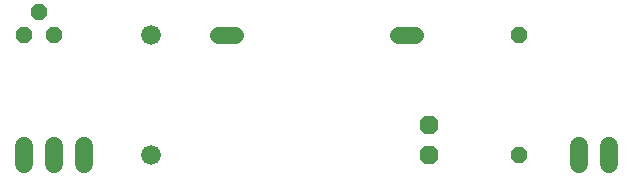
<source format=gbr>
G04 EAGLE Gerber RS-274X export*
G75*
%MOMM*%
%FSLAX34Y34*%
%LPD*%
%INBottom Copper*%
%IPPOS*%
%AMOC8*
5,1,8,0,0,1.08239X$1,22.5*%
G01*
%ADD10P,1.732040X8X292.500000*%
%ADD11C,1.676400*%
%ADD12C,1.508000*%
%ADD13C,1.422400*%
%ADD14P,1.429621X8X22.500000*%
%ADD15P,1.429621X8X112.500000*%


D10*
X368300Y88900D03*
X368300Y63500D03*
D11*
X133350Y63500D03*
X133350Y165100D03*
D12*
X25400Y71040D02*
X25400Y55960D01*
X50800Y55960D02*
X50800Y71040D01*
X76200Y71040D02*
X76200Y55960D01*
D13*
X189738Y165100D02*
X203962Y165100D01*
X342138Y165100D02*
X356362Y165100D01*
D12*
X495300Y71040D02*
X495300Y55960D01*
X520700Y55960D02*
X520700Y71040D01*
D14*
X50800Y165100D03*
X38100Y184150D03*
X25400Y165100D03*
D15*
X444500Y63500D03*
X444500Y165100D03*
M02*

</source>
